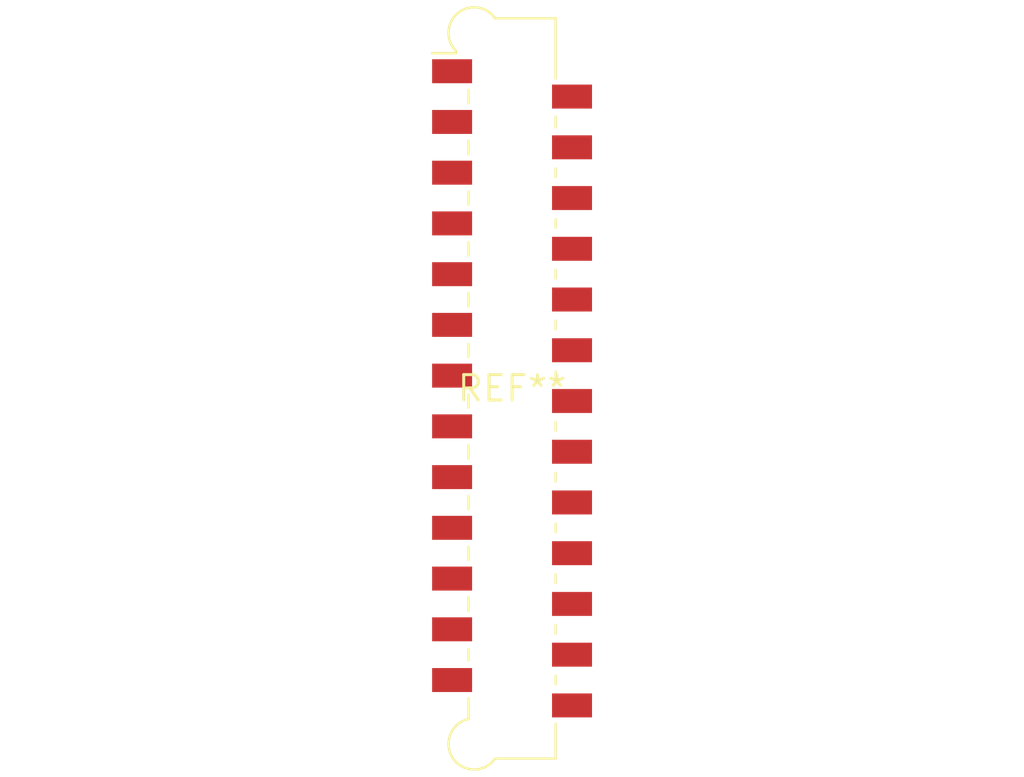
<source format=kicad_pcb>
(kicad_pcb (version 20240108) (generator pcbnew)
  (layers (0 "F.Cu" signal) (31 "B.Cu" signal) (34 "B.Paste" user) (35 "F.Paste" user) (36 "B.SilkS" user "B.Silkscreen") (37 "F.SilkS" user "F.Silkscreen") (38 "B.Mask" user) (39 "F.Mask" user) (44 "Edge.Cuts" user))
  (net 0 "")
  (footprint "Molex_Picoflex_90814-0026_2x13_P1.27mm_Vertical" (layer "F.Cu") (at 0 0)
    (property "Reference" "REF**")
    (property "Value" "Molex_Picoflex_90814-0026_2x13_P1.27mm_Vertical")
    (fp_line (start -2.81 -16.9) (end -2.81 -16.78) (layer "F.SilkS") (stroke (width 0.12)))
    (fp_line (start -2.81 -16.78) (end -4 -16.78) (layer "F.SilkS") (stroke (width 0.12)))
    (fp_line (start -2.18 -14.27) (end -2.18 -14.94) (layer "F.SilkS") (stroke (width 0.12)))
    (fp_line (start -2.18 -11.73) (end -2.18 -12.4) (layer "F.SilkS") (stroke (width 0.12)))
    (fp_line (start -2.18 -9.19) (end -2.18 -9.86) (layer "F.SilkS") (stroke (width 0.12)))
    (fp_line (start -2.18 -6.65) (end -2.18 -7.32) (layer "F.SilkS") (stroke (width 0.12)))
    (fp_line (start -2.18 -4.11) (end -2.18 -4.78) (layer "F.SilkS") (stroke (width 0.12)))
    (fp_line (start -2.18 -1.57) (end -2.18 -2.24) (layer "F.SilkS") (stroke (width 0.12)))
    (fp_line (start -2.18 0.97) (end -2.18 0.3) (layer "F.SilkS") (stroke (width 0.12)))
    (fp_line (start -2.18 3.51) (end -2.18 2.84) (layer "F.SilkS") (stroke (width 0.12)))
    (fp_line (start -2.18 6.05) (end -2.18 5.38) (layer "F.SilkS") (stroke (width 0.12)))
    (fp_line (start -2.18 8.59) (end -2.18 7.92) (layer "F.SilkS") (stroke (width 0.12)))
    (fp_line (start -2.18 11.13) (end -2.18 10.46) (layer "F.SilkS") (stroke (width 0.12)))
    (fp_line (start -2.18 13.61) (end -2.18 13.06) (layer "F.SilkS") (stroke (width 0.12)))
    (fp_line (start -2.18 16.55) (end -2.18 15.51) (layer "F.SilkS") (stroke (width 0.12)))
    (fp_line (start 2.18 -18.53) (end -0.82 -18.53) (layer "F.SilkS") (stroke (width 0.12)))
    (fp_line (start 2.18 -18.53) (end 2.18 -15.51) (layer "F.SilkS") (stroke (width 0.12)))
    (fp_line (start 2.18 -13.61) (end 2.18 -13.06) (layer "F.SilkS") (stroke (width 0.12)))
    (fp_line (start 2.18 -11.01) (end 2.18 -10.58) (layer "F.SilkS") (stroke (width 0.12)))
    (fp_line (start 2.18 -8.47) (end 2.18 -8.04) (layer "F.SilkS") (stroke (width 0.12)))
    (fp_line (start 2.18 -5.93) (end 2.18 -5.5) (layer "F.SilkS") (stroke (width 0.12)))
    (fp_line (start 2.18 -3.39) (end 2.18 -2.96) (layer "F.SilkS") (stroke (width 0.12)))
    (fp_line (start 2.18 -0.85) (end 2.18 -0.42) (layer "F.SilkS") (stroke (width 0.12)))
    (fp_line (start 2.18 1.69) (end 2.18 2.12) (layer "F.SilkS") (stroke (width 0.12)))
    (fp_line (start 2.18 4.23) (end 2.18 4.66) (layer "F.SilkS") (stroke (width 0.12)))
    (fp_line (start 2.18 6.77) (end 2.18 7.2) (layer "F.SilkS") (stroke (width 0.12)))
    (fp_line (start 2.18 9.31) (end 2.18 9.74) (layer "F.SilkS") (stroke (width 0.12)))
    (fp_line (start 2.18 11.85) (end 2.18 12.28) (layer "F.SilkS") (stroke (width 0.12)))
    (fp_line (start 2.18 14.39) (end 2.18 14.81) (layer "F.SilkS") (stroke (width 0.12)))
    (fp_line (start 2.18 16.78) (end 2.18 18.53) (layer "F.SilkS") (stroke (width 0.12)))
    (fp_line (start 2.18 18.53) (end -0.85 18.53) (layer "F.SilkS") (stroke (width 0.12)))
    (fp_arc (start -2.81 -16.9) (mid -2.708637 -18.792072) (end -0.834991 -18.509828) (layer "F.SilkS") (stroke (width 0.12)))
    (fp_arc (start -0.85 18.53) (mid -2.962791 18.511248) (end -2.174424 16.550964) (layer "F.SilkS") (stroke (width 0.12)))
    (pad "" np_thru_hole circle (at -1.9 -17.8) (size 1.9 1.9) (drill 1.9) (layers *.Cu *.Mask))
    (pad "" np_thru_hole circle (at -1.9 17.8) (size 1.9 1.9) (drill 1.9) (layers *.Cu *.Mask))
    (pad "1" smd rect (at -3 -15.88) (size 2 1.2) (layers "F.Cu" "F.Paste" "F.Mask"))
    (pad "2" smd rect (at 3 -14.61) (size 2 1.2) (layers "F.Cu" "F.Paste" "F.Mask"))
    (pad "3" smd rect (at -3 -13.34) (size 2 1.2) (layers "F.Cu" "F.Paste" "F.Mask"))
    (pad "4" smd rect (at 3 -12.07) (size 2 1.2) (layers "F.Cu" "F.Paste" "F.Mask"))
    (pad "5" smd rect (at -3 -10.8) (size 2 1.2) (layers "F.Cu" "F.Paste" "F.Mask"))
    (pad "6" smd rect (at 3 -9.53) (size 2 1.2) (layers "F.Cu" "F.Paste" "F.Mask"))
    (pad "7" smd rect (at -3 -8.26) (size 2 1.2) (layers "F.Cu" "F.Paste" "F.Mask"))
    (pad "8" smd rect (at 3 -6.99) (size 2 1.2) (layers "F.Cu" "F.Paste" "F.Mask"))
    (pad "9" smd rect (at -3 -5.72) (size 2 1.2) (layers "F.Cu" "F.Paste" "F.Mask"))
    (pad "10" smd rect (at 3 -4.45) (size 2 1.2) (layers "F.Cu" "F.Paste" "F.Mask"))
    (pad "11" smd rect (at -3 -3.18) (size 2 1.2) (layers "F.Cu" "F.Paste" "F.Mask"))
    (pad "12" smd rect (at 3 -1.91) (size 2 1.2) (layers "F.Cu" "F.Paste" "F.Mask"))
    (pad "13" smd rect (at -3 -0.64) (size 2 1.2) (layers "F.Cu" "F.Paste" "F.Mask"))
    (pad "14" smd rect (at 3 0.63) (size 2 1.2) (layers "F.Cu" "F.Paste" "F.Mask"))
    (pad "15" smd rect (at -3 1.9) (size 2 1.2) (layers "F.Cu" "F.Paste" "F.Mask"))
    (pad "16" smd rect (at 3 3.17) (size 2 1.2) (layers "F.Cu" "F.Paste" "F.Mask"))
    (pad "17" smd rect (at -3 4.44) (size 2 1.2) (layers "F.Cu" "F.Paste" "F.Mask"))
    (pad "18" smd rect (at 3 5.71) (size 2 1.2) (layers "F.Cu" "F.Paste" "F.Mask"))
    (pad "19" smd rect (at -3 6.98) (size 2 1.2) (layers "F.Cu" "F.Paste" "F.Mask"))
    (pad "20" smd rect (at 3 8.25) (size 2 1.2) (layers "F.Cu" "F.Paste" "F.Mask"))
    (pad "21" smd rect (at -3 9.52) (size 2 1.2) (layers "F.Cu" "F.Paste" "F.Mask"))
    (pad "22" smd rect (at 3 10.79) (size 2 1.2) (layers "F.Cu" "F.Paste" "F.Mask"))
    (pad "23" smd rect (at -3 12.06) (size 2 1.2) (layers "F.Cu" "F.Paste" "F.Mask"))
    (pad "24" smd rect (at 3 13.33) (size 2 1.2) (layers "F.Cu" "F.Paste" "F.Mask"))
    (pad "25" smd rect (at -3 14.6) (size 2 1.2) (layers "F.Cu" "F.Paste" "F.Mask"))
    (pad "26" smd rect (at 3 15.87) (size 2 1.2) (layers "F.Cu" "F.Paste" "F.Mask"))
  )
)
</source>
